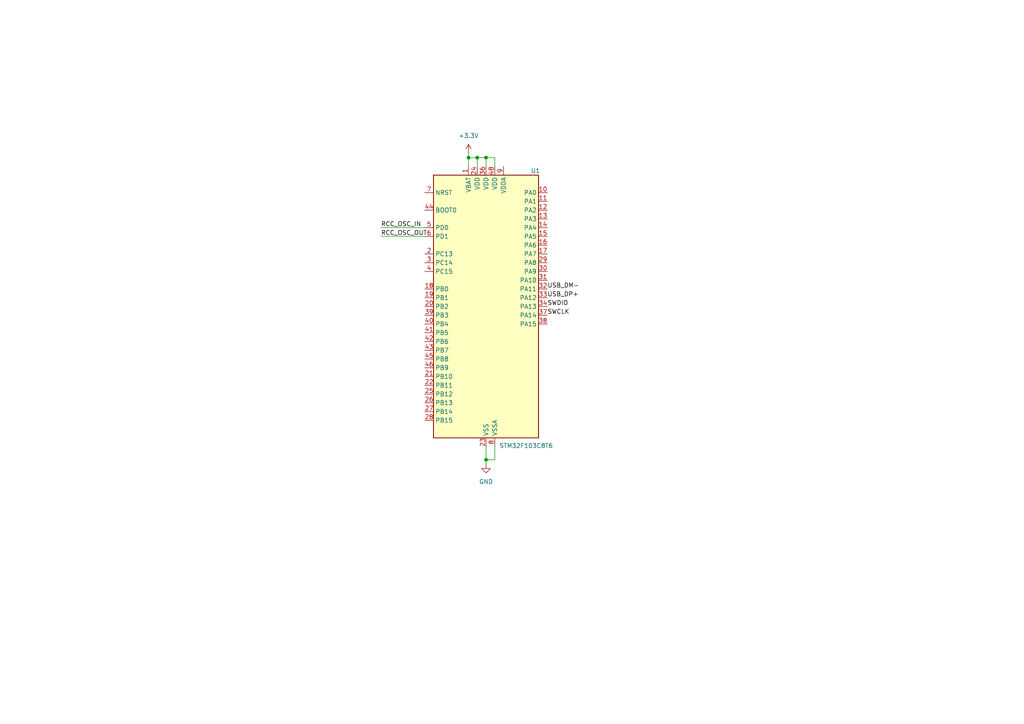
<source format=kicad_sch>
(kicad_sch (version 20250114) (generator "eeschema") (generator_version "9.0")
  (paper "A4")
  (title_block (title "STM Blue Pill") (date "2025-11-16") (company "Pilolo Electronics"))
  (lib_symbols
    (symbol "MCU_ST_STM32F1:STM32F103C8Tx"
      (property "Reference" "U" (at -15.24 39.37 0))
      (property "Value" "STM32F103C8Tx" (at 7.62 39.37 0))
      (symbol "STM32F103C8Tx_0_1"
        (rectangle (start -15.24 -38.1) (end 15.24 38.1) (stroke (width 0.254)) (fill (type background)))
      )
      (symbol "STM32F103C8Tx_1_1"
        (pin input line (at -17.78 33.02 0) (length 2.54) (name "NRST") (number "7"))
        (pin input line (at -17.78 27.94 0) (length 2.54) (name "BOOT0") (number "44"))
        (pin bidirectional line (at -17.78 22.86 0) (length 2.54) (name "PD0") (number "5"))
        (pin bidirectional line (at -17.78 20.32 0) (length 2.54) (name "PD1") (number "6"))
        (pin bidirectional line (at -17.78 15.24 0) (length 2.54) (name "PC13") (number "2"))
        (pin bidirectional line (at -17.78 12.7 0) (length 2.54) (name "PC14") (number "3"))
        (pin bidirectional line (at -17.78 10.16 0) (length 2.54) (name "PC15") (number "4"))
        (pin bidirectional line (at -17.78 5.08 0) (length 2.54) (name "PB0") (number "18"))
        (pin bidirectional line (at -17.78 2.54 0) (length 2.54) (name "PB1") (number "19"))
        (pin bidirectional line (at -17.78 0 0) (length 2.54) (name "PB2") (number "20"))
        (pin bidirectional line (at -17.78 -2.54 0) (length 2.54) (name "PB3") (number "39"))
        (pin bidirectional line (at -17.78 -5.08 0) (length 2.54) (name "PB4") (number "40"))
        (pin bidirectional line (at -17.78 -7.62 0) (length 2.54) (name "PB5") (number "41"))
        (pin bidirectional line (at -17.78 -10.16 0) (length 2.54) (name "PB6") (number "42"))
        (pin bidirectional line (at -17.78 -12.7 0) (length 2.54) (name "PB7") (number "43"))
        (pin bidirectional line (at -17.78 -15.24 0) (length 2.54) (name "PB8") (number "45"))
        (pin bidirectional line (at -17.78 -17.78 0) (length 2.54) (name "PB9") (number "46"))
        (pin bidirectional line (at -17.78 -20.32 0) (length 2.54) (name "PB10") (number "21"))
        (pin bidirectional line (at -17.78 -22.86 0) (length 2.54) (name "PB11") (number "22"))
        (pin bidirectional line (at -17.78 -25.4 0) (length 2.54) (name "PB12") (number "25"))
        (pin bidirectional line (at -17.78 -27.94 0) (length 2.54) (name "PB13") (number "26"))
        (pin bidirectional line (at -17.78 -30.48 0) (length 2.54) (name "PB14") (number "27"))
        (pin bidirectional line (at -17.78 -33.02 0) (length 2.54) (name "PB15") (number "28"))
        (pin power_in line (at -5.08 40.64 270) (length 2.54) (name "VBAT") (number "1"))
        (pin power_in line (at -2.54 40.64 270) (length 2.54) (name "VDD") (number "24"))
        (pin power_in line (at 0 40.64 270) (length 2.54) (name "VDD") (number "36"))
        (pin power_in line (at 0 -40.64 90) (length 2.54) (name "VSS") (number "23"))
        (pin passive line (at 0 -40.64 90) (length 2.54) (hide yes) (name "VSS") (number "35"))
        (pin passive line (at 0 -40.64 90) (length 2.54) (hide yes) (name "VSS") (number "47"))
        (pin power_in line (at 2.54 40.64 270) (length 2.54) (name "VDD") (number "48"))
        (pin power_in line (at 2.54 -40.64 90) (length 2.54) (name "VSSA") (number "8"))
        (pin power_in line (at 5.08 40.64 270) (length 2.54) (name "VDDA") (number "9"))
        (pin bidirectional line (at 17.78 33.02 180) (length 2.54) (name "PA0") (number "10"))
        (pin bidirectional line (at 17.78 30.48 180) (length 2.54) (name "PA1") (number "11"))
        (pin bidirectional line (at 17.78 27.94 180) (length 2.54) (name "PA2") (number "12"))
        (pin bidirectional line (at 17.78 25.4 180) (length 2.54) (name "PA3") (number "13"))
        (pin bidirectional line (at 17.78 22.86 180) (length 2.54) (name "PA4") (number "14"))
        (pin bidirectional line (at 17.78 20.32 180) (length 2.54) (name "PA5") (number "15"))
        (pin bidirectional line (at 17.78 17.78 180) (length 2.54) (name "PA6") (number "16"))
        (pin bidirectional line (at 17.78 15.24 180) (length 2.54) (name "PA7") (number "17"))
        (pin bidirectional line (at 17.78 12.7 180) (length 2.54) (name "PA8") (number "29"))
        (pin bidirectional line (at 17.78 10.16 180) (length 2.54) (name "PA9") (number "30"))
        (pin bidirectional line (at 17.78 7.62 180) (length 2.54) (name "PA10") (number "31"))
        (pin bidirectional line (at 17.78 5.08 180) (length 2.54) (name "PA11") (number "32"))
        (pin bidirectional line (at 17.78 2.54 180) (length 2.54) (name "PA12") (number "33"))
        (pin bidirectional line (at 17.78 0 180) (length 2.54) (name "PA13") (number "34"))
        (pin bidirectional line (at 17.78 -2.54 180) (length 2.54) (name "PA14") (number "37"))
        (pin bidirectional line (at 17.78 -5.08 180) (length 2.54) (name "PA15") (number "38"))
      )
    )
    (symbol "power:+3.3V" (power) (pin_numbers (hide yes)) (pin_names (offset 0) (hide yes))
      (property "Value" "+3.3V" (at 0 3.556 0))
      (symbol "+3.3V_0_1"
        (polyline (pts (xy -0.762 1.27) (xy 0 2.54)))
        (polyline (pts (xy 0 2.54) (xy 0.762 1.27)))
        (polyline (pts (xy 0 0) (xy 0 2.54)))
      )
      (symbol "+3.3V_1_1"
        (pin power_in line (at 0 0 90) (length 0) (name "~") (number "1"))
      )
    )
    (symbol "power:GND" (power) (pin_numbers (hide yes)) (pin_names (offset 0) (hide yes))
      (property "Value" "GND" (at 0 -3.81 0))
      (symbol "GND_0_1"
        (polyline (pts (xy 0 0) (xy 0 -1.27) (xy 1.27 -1.27) (xy 0 -2.54) (xy -1.27 -1.27) (xy 0 -1.27)))
      )
      (symbol "GND_1_1"
        (pin power_in line (at 0 0 270) (length 0) (name "~") (number "1"))
      )
    )
  )
  (junction (at 140.97 133.35))
  (junction (at 140.97 45.72))
  (junction (at 138.43 45.72))
  (junction (at 135.89 45.72))
  (wire (pts (xy 140.97 48.26) (xy 140.97 45.72)))
  (wire (pts (xy 140.97 133.35) (xy 143.51 133.35)))
  (wire (pts (xy 110.49 68.58) (xy 123.19 68.58)))
  (wire (pts (xy 135.89 44.45) (xy 135.89 45.72)))
  (wire (pts (xy 143.51 48.26) (xy 143.51 45.72)))
  (wire (pts (xy 140.97 129.54) (xy 140.97 133.35)))
  (wire (pts (xy 110.49 66.04) (xy 123.19 66.04)))
  (wire (pts (xy 135.89 45.72) (xy 138.43 45.72)))
  (wire (pts (xy 143.51 45.72) (xy 140.97 45.72)))
  (wire (pts (xy 135.89 45.72) (xy 135.89 48.26)))
  (wire (pts (xy 140.97 133.35) (xy 140.97 134.62)))
  (wire (pts (xy 140.97 45.72) (xy 138.43 45.72)))
  (wire (pts (xy 138.43 48.26) (xy 138.43 45.72)))
  (wire (pts (xy 143.51 129.54) (xy 143.51 133.35)))
  (label "USB_DP+" (at 158.75 86.36 0))
  (label "SWCLK" (at 158.75 91.44 0))
  (label "USB_DM-" (at 158.75 83.82 0))
  (label "RCC_OSC_IN" (at 110.49 66.04 0))
  (label "SWDIO" (at 158.75 88.9 0))
  (label "RCC_OSC_OUT" (at 110.49 68.58 0))
  (symbol (lib_id "MCU_ST_STM32F1:STM32F103C8Tx") (at 140.97 88.9 0) (unit 1)
    (property "Reference" "U1" (at 153.924 49.53 0) (effects (justify left)))
    (property "Value" "STM32F103C8T6" (at 144.78 129.286 0) (effects (justify left)))
    (property "Footprint" "Package_QFP:LQFP-48_7x7mm_P0.5mm" (effects (hide yes)))
    (property "Datasheet" "https://www.st.com/resource/en/datasheet/stm32f103c8.pdf" (effects (hide yes)))
    (property "Description" "STMicroelectronics Arm Cortex-M3 MCU, 64KB flash, 20KB RAM, 72 MHz, 2.0-3.6V, 37 GPIO, LQFP48" (effects (hide yes)))
  )
  (symbol (lib_id "power:GND") (at 140.97 134.62 0) (unit 1)
    (property "Reference" "#PWR01" (effects (hide yes)))
    (property "Value" "GND" (at 140.97 139.7 0))
    (property "Description" "Power symbol creates a global label with name \"GND\" , ground" (effects (hide yes)))
  )
  (symbol (lib_id "power:+3.3V") (at 135.89 44.45 0) (unit 1)
    (property "Reference" "#PWR02" (effects (hide yes)))
    (property "Value" "+3.3V" (at 135.89 39.37 0))
    (property "Description" "Power symbol creates a global label with name \"+3.3V\"" (effects (hide yes)))
  )
)
</source>
